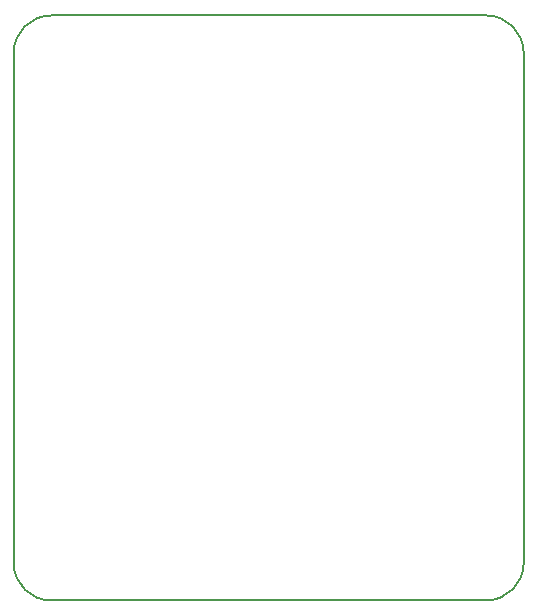
<source format=gbr>
G04 #@! TF.FileFunction,Profile,NP*
%FSLAX46Y46*%
G04 Gerber Fmt 4.6, Leading zero omitted, Abs format (unit mm)*
G04 Created by KiCad (PCBNEW 4.0.7-e2-6376~58~ubuntu16.04.1) date Wed Jan 17 09:19:02 2018*
%MOMM*%
%LPD*%
G01*
G04 APERTURE LIST*
%ADD10C,0.100000*%
%ADD11C,0.150000*%
G04 APERTURE END LIST*
D10*
D11*
X93980000Y-53975000D02*
X93980000Y-97155000D01*
X50800000Y-53975000D02*
X50800000Y-97155000D01*
X90805000Y-100330000D02*
X53975000Y-100330000D01*
X53975000Y-50800000D02*
X90805000Y-50800000D01*
X50800000Y-97155000D02*
G75*
G03X53975000Y-100330000I3175000J0D01*
G01*
X90805000Y-100330000D02*
G75*
G03X93980000Y-97155000I0J3175000D01*
G01*
X93980000Y-53975000D02*
G75*
G03X90805000Y-50800000I-3175000J0D01*
G01*
X53975000Y-50800000D02*
G75*
G03X50800000Y-53975000I0J-3175000D01*
G01*
M02*

</source>
